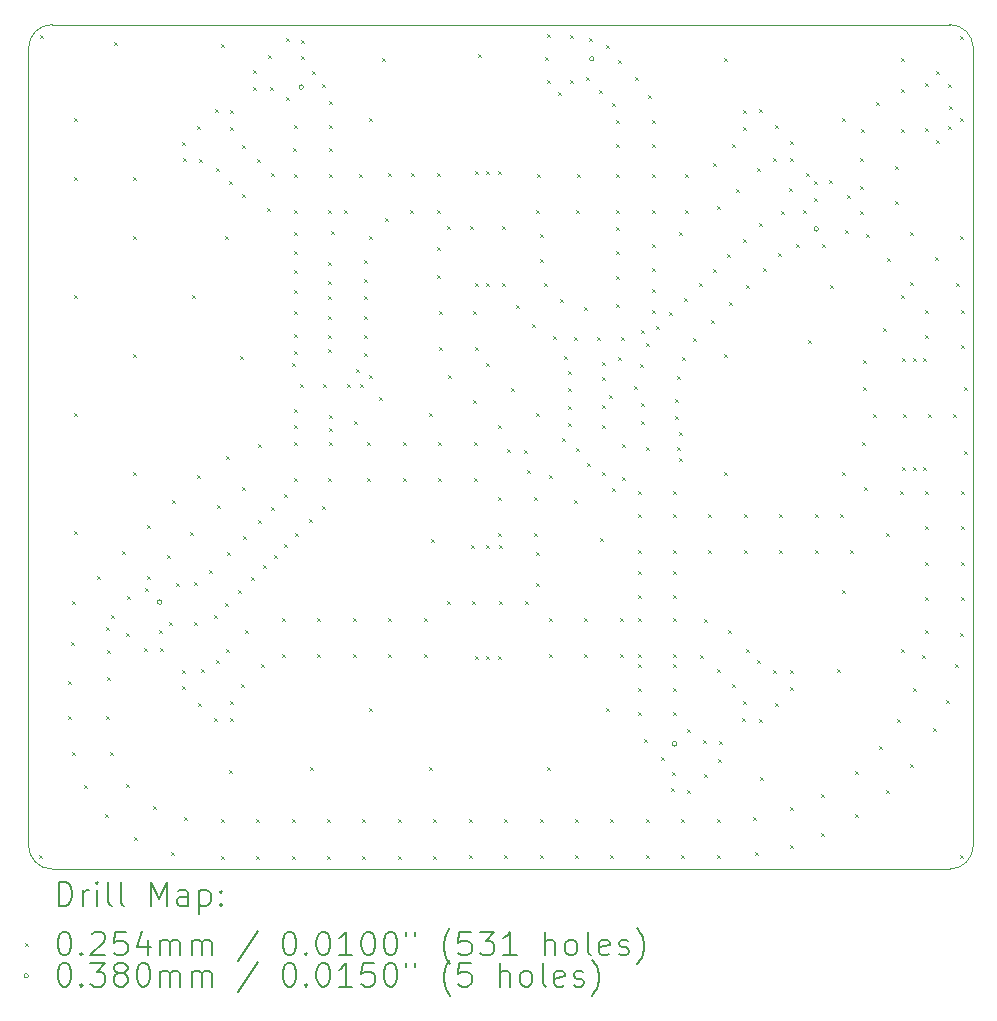
<source format=gbr>
%FSLAX45Y45*%
G04 Gerber Fmt 4.5, Leading zero omitted, Abs format (unit mm)*
G04 Created by KiCad (PCBNEW (6.0.2)) date 2022-09-07 19:19:19*
%MOMM*%
%LPD*%
G01*
G04 APERTURE LIST*
%TA.AperFunction,Profile*%
%ADD10C,0.001000*%
%TD*%
%ADD11C,0.200000*%
%ADD12C,0.025400*%
%ADD13C,0.038000*%
G04 APERTURE END LIST*
D10*
X11050110Y-6925360D02*
G75*
G03*
X10850110Y-7125360I0J-200000D01*
G01*
X18850110Y-7125360D02*
G75*
G03*
X18650110Y-6925360I-200000J0D01*
G01*
X18650110Y-14075360D02*
G75*
G03*
X18850110Y-13875360I0J200000D01*
G01*
X10850110Y-13875360D02*
X10850110Y-7125360D01*
X10850110Y-13875360D02*
G75*
G03*
X11050110Y-14075360I200000J0D01*
G01*
X18850110Y-7125360D02*
X18850110Y-13875360D01*
X18650110Y-14075360D02*
X11050110Y-14075360D01*
X11050110Y-6925360D02*
X18650110Y-6925360D01*
D11*
D12*
X10937410Y-13952660D02*
X10962810Y-13978060D01*
X10962810Y-13952660D02*
X10937410Y-13978060D01*
X10947410Y-7012660D02*
X10972810Y-7038060D01*
X10972810Y-7012660D02*
X10947410Y-7038060D01*
X11187410Y-12482660D02*
X11212810Y-12508060D01*
X11212810Y-12482660D02*
X11187410Y-12508060D01*
X11187410Y-12782660D02*
X11212810Y-12808060D01*
X11212810Y-12782660D02*
X11187410Y-12808060D01*
X11207410Y-12152660D02*
X11232810Y-12178060D01*
X11232810Y-12152660D02*
X11207410Y-12178060D01*
X11217410Y-11802660D02*
X11242810Y-11828060D01*
X11242810Y-11802660D02*
X11217410Y-11828060D01*
X11217410Y-13082660D02*
X11242810Y-13108060D01*
X11242810Y-13082660D02*
X11217410Y-13108060D01*
X11237410Y-7712660D02*
X11262810Y-7738060D01*
X11262810Y-7712660D02*
X11237410Y-7738060D01*
X11237410Y-8212660D02*
X11262810Y-8238060D01*
X11262810Y-8212660D02*
X11237410Y-8238060D01*
X11237410Y-9212660D02*
X11262810Y-9238060D01*
X11262810Y-9212660D02*
X11237410Y-9238060D01*
X11237410Y-10212660D02*
X11262810Y-10238060D01*
X11262810Y-10212660D02*
X11237410Y-10238060D01*
X11237410Y-11212660D02*
X11262810Y-11238060D01*
X11262810Y-11212660D02*
X11237410Y-11238060D01*
X11317410Y-13362660D02*
X11342810Y-13388060D01*
X11342810Y-13362660D02*
X11317410Y-13388060D01*
X11429410Y-11590660D02*
X11454810Y-11616060D01*
X11454810Y-11590660D02*
X11429410Y-11616060D01*
X11497410Y-13612660D02*
X11522810Y-13638060D01*
X11522810Y-13612660D02*
X11497410Y-13638060D01*
X11503410Y-12026660D02*
X11528810Y-12052060D01*
X11528810Y-12026660D02*
X11503410Y-12052060D01*
X11507410Y-12782660D02*
X11532810Y-12808060D01*
X11532810Y-12782660D02*
X11507410Y-12808060D01*
X11517410Y-12222660D02*
X11542810Y-12248060D01*
X11542810Y-12222660D02*
X11517410Y-12248060D01*
X11517410Y-12452660D02*
X11542810Y-12478060D01*
X11542810Y-12452660D02*
X11517410Y-12478060D01*
X11537410Y-13082660D02*
X11562810Y-13108060D01*
X11562810Y-13082660D02*
X11537410Y-13108060D01*
X11547410Y-11922660D02*
X11572810Y-11948060D01*
X11572810Y-11922660D02*
X11547410Y-11948060D01*
X11577410Y-7072660D02*
X11602810Y-7098060D01*
X11602810Y-7072660D02*
X11577410Y-7098060D01*
X11641410Y-11378660D02*
X11666810Y-11404060D01*
X11666810Y-11378660D02*
X11641410Y-11404060D01*
X11677410Y-12072660D02*
X11702810Y-12098060D01*
X11702810Y-12072660D02*
X11677410Y-12098060D01*
X11677410Y-13352660D02*
X11702810Y-13378060D01*
X11702810Y-13352660D02*
X11677410Y-13378060D01*
X11683410Y-11766660D02*
X11708810Y-11792060D01*
X11708810Y-11766660D02*
X11683410Y-11792060D01*
X11737410Y-8212660D02*
X11762810Y-8238060D01*
X11762810Y-8212660D02*
X11737410Y-8238060D01*
X11737410Y-8712660D02*
X11762810Y-8738060D01*
X11762810Y-8712660D02*
X11737410Y-8738060D01*
X11737410Y-9712660D02*
X11762810Y-9738060D01*
X11762810Y-9712660D02*
X11737410Y-9738060D01*
X11737410Y-10712660D02*
X11762810Y-10738060D01*
X11762810Y-10712660D02*
X11737410Y-10738060D01*
X11747410Y-13802660D02*
X11772810Y-13828060D01*
X11772810Y-13802660D02*
X11747410Y-13828060D01*
X11827410Y-12202660D02*
X11852810Y-12228060D01*
X11852810Y-12202660D02*
X11827410Y-12228060D01*
X11837410Y-11692660D02*
X11862810Y-11718060D01*
X11862810Y-11692660D02*
X11837410Y-11718060D01*
X11853410Y-11166660D02*
X11878810Y-11192060D01*
X11878810Y-11166660D02*
X11853410Y-11192060D01*
X11853410Y-11596660D02*
X11878810Y-11622060D01*
X11878810Y-11596660D02*
X11853410Y-11622060D01*
X11907410Y-13542660D02*
X11932810Y-13568060D01*
X11932810Y-13542660D02*
X11907410Y-13568060D01*
X11957410Y-12052660D02*
X11982810Y-12078060D01*
X11982810Y-12052660D02*
X11957410Y-12078060D01*
X11967410Y-12202660D02*
X11992810Y-12228060D01*
X11992810Y-12202660D02*
X11967410Y-12228060D01*
X12023410Y-11416660D02*
X12048810Y-11442060D01*
X12048810Y-11416660D02*
X12023410Y-11442060D01*
X12037410Y-11982660D02*
X12062810Y-12008060D01*
X12062810Y-11982660D02*
X12037410Y-12008060D01*
X12057410Y-13932660D02*
X12082810Y-13958060D01*
X12082810Y-13932660D02*
X12057410Y-13958060D01*
X12065410Y-10954660D02*
X12090810Y-10980060D01*
X12090810Y-10954660D02*
X12065410Y-10980060D01*
X12097410Y-11652660D02*
X12122810Y-11678060D01*
X12122810Y-11652660D02*
X12097410Y-11678060D01*
X12147410Y-7922660D02*
X12172810Y-7948060D01*
X12172810Y-7922660D02*
X12147410Y-7948060D01*
X12147410Y-12392660D02*
X12172810Y-12418060D01*
X12172810Y-12392660D02*
X12147410Y-12418060D01*
X12147410Y-12522660D02*
X12172810Y-12548060D01*
X12172810Y-12522660D02*
X12147410Y-12548060D01*
X12157410Y-8052660D02*
X12182810Y-8078060D01*
X12182810Y-8052660D02*
X12157410Y-8078060D01*
X12167410Y-13632660D02*
X12192810Y-13658060D01*
X12192810Y-13632660D02*
X12167410Y-13658060D01*
X12215410Y-11224660D02*
X12240810Y-11250060D01*
X12240810Y-11224660D02*
X12215410Y-11250060D01*
X12237410Y-9212660D02*
X12262810Y-9238060D01*
X12262810Y-9212660D02*
X12237410Y-9238060D01*
X12247410Y-11642660D02*
X12272810Y-11668060D01*
X12272810Y-11642660D02*
X12247410Y-11668060D01*
X12247410Y-11982660D02*
X12272810Y-12008060D01*
X12272810Y-11982660D02*
X12247410Y-12008060D01*
X12277410Y-7782660D02*
X12302810Y-7808060D01*
X12302810Y-7782660D02*
X12277410Y-7808060D01*
X12277410Y-10742660D02*
X12302810Y-10768060D01*
X12302810Y-10742660D02*
X12277410Y-10768060D01*
X12287410Y-12672660D02*
X12312810Y-12698060D01*
X12312810Y-12672660D02*
X12287410Y-12698060D01*
X12297410Y-8062660D02*
X12322810Y-8088060D01*
X12322810Y-8062660D02*
X12297410Y-8088060D01*
X12307410Y-12382660D02*
X12332810Y-12408060D01*
X12332810Y-12382660D02*
X12307410Y-12408060D01*
X12377410Y-11542660D02*
X12402810Y-11568060D01*
X12402810Y-11542660D02*
X12377410Y-11568060D01*
X12417410Y-11922660D02*
X12442810Y-11948060D01*
X12442810Y-11922660D02*
X12417410Y-11948060D01*
X12417410Y-12792660D02*
X12442810Y-12818060D01*
X12442810Y-12792660D02*
X12417410Y-12818060D01*
X12427410Y-7642660D02*
X12452810Y-7668060D01*
X12452810Y-7642660D02*
X12427410Y-7668060D01*
X12437410Y-8142660D02*
X12462810Y-8168060D01*
X12462810Y-8142660D02*
X12437410Y-8168060D01*
X12437410Y-12302660D02*
X12462810Y-12328060D01*
X12462810Y-12302660D02*
X12437410Y-12328060D01*
X12447410Y-10992660D02*
X12472810Y-11018060D01*
X12472810Y-10992660D02*
X12447410Y-11018060D01*
X12477410Y-7092660D02*
X12502810Y-7118060D01*
X12502810Y-7092660D02*
X12477410Y-7118060D01*
X12477410Y-13652660D02*
X12502810Y-13678060D01*
X12502810Y-13652660D02*
X12477410Y-13678060D01*
X12477410Y-13962660D02*
X12502810Y-13988060D01*
X12502810Y-13962660D02*
X12477410Y-13988060D01*
X12517410Y-8712660D02*
X12542810Y-8738060D01*
X12542810Y-8712660D02*
X12517410Y-8738060D01*
X12517410Y-11822660D02*
X12542810Y-11848060D01*
X12542810Y-11822660D02*
X12517410Y-11848060D01*
X12519410Y-10580660D02*
X12544810Y-10606060D01*
X12544810Y-10580660D02*
X12519410Y-10606060D01*
X12525410Y-12210660D02*
X12550810Y-12236060D01*
X12550810Y-12210660D02*
X12525410Y-12236060D01*
X12527410Y-11392660D02*
X12552810Y-11418060D01*
X12552810Y-11392660D02*
X12527410Y-11418060D01*
X12547410Y-8252660D02*
X12572810Y-8278060D01*
X12572810Y-8252660D02*
X12547410Y-8278060D01*
X12547410Y-13232660D02*
X12572810Y-13258060D01*
X12572810Y-13232660D02*
X12547410Y-13258060D01*
X12557410Y-7652660D02*
X12582810Y-7678060D01*
X12582810Y-7652660D02*
X12557410Y-7678060D01*
X12557410Y-7792660D02*
X12582810Y-7818060D01*
X12582810Y-7792660D02*
X12557410Y-7818060D01*
X12557410Y-12652660D02*
X12582810Y-12678060D01*
X12582810Y-12652660D02*
X12557410Y-12678060D01*
X12557410Y-12792660D02*
X12582810Y-12818060D01*
X12582810Y-12792660D02*
X12557410Y-12818060D01*
X12627410Y-11712660D02*
X12652810Y-11738060D01*
X12652810Y-11712660D02*
X12627410Y-11738060D01*
X12637410Y-9732660D02*
X12662810Y-9758060D01*
X12662810Y-9732660D02*
X12637410Y-9758060D01*
X12647410Y-12512660D02*
X12672810Y-12538060D01*
X12672810Y-12512660D02*
X12647410Y-12538060D01*
X12657410Y-7942660D02*
X12682810Y-7968060D01*
X12682810Y-7942660D02*
X12657410Y-7968060D01*
X12657410Y-8362660D02*
X12682810Y-8388060D01*
X12682810Y-8362660D02*
X12657410Y-8388060D01*
X12659410Y-10840660D02*
X12684810Y-10866060D01*
X12684810Y-10840660D02*
X12659410Y-10866060D01*
X12667410Y-11252660D02*
X12692810Y-11278060D01*
X12692810Y-11252660D02*
X12667410Y-11278060D01*
X12685410Y-12050660D02*
X12710810Y-12076060D01*
X12710810Y-12050660D02*
X12685410Y-12076060D01*
X12737410Y-11602660D02*
X12762810Y-11628060D01*
X12762810Y-11602660D02*
X12737410Y-11628060D01*
X12747410Y-7312660D02*
X12772810Y-7338060D01*
X12772810Y-7312660D02*
X12747410Y-7338060D01*
X12747410Y-7452660D02*
X12772810Y-7478060D01*
X12772810Y-7452660D02*
X12747410Y-7478060D01*
X12777410Y-13652660D02*
X12802810Y-13678060D01*
X12802810Y-13652660D02*
X12777410Y-13678060D01*
X12777410Y-13962660D02*
X12802810Y-13988060D01*
X12802810Y-13962660D02*
X12777410Y-13988060D01*
X12787410Y-8062660D02*
X12812810Y-8088060D01*
X12812810Y-8062660D02*
X12787410Y-8088060D01*
X12791410Y-10478660D02*
X12816810Y-10504060D01*
X12816810Y-10478660D02*
X12791410Y-10504060D01*
X12797410Y-11122660D02*
X12822810Y-11148060D01*
X12822810Y-11122660D02*
X12797410Y-11148060D01*
X12815410Y-12340660D02*
X12840810Y-12366060D01*
X12840810Y-12340660D02*
X12815410Y-12366060D01*
X12837410Y-11502660D02*
X12862810Y-11528060D01*
X12862810Y-11502660D02*
X12837410Y-11528060D01*
X12867410Y-8482660D02*
X12892810Y-8508060D01*
X12892810Y-8482660D02*
X12867410Y-8508060D01*
X12877410Y-7182660D02*
X12902810Y-7208060D01*
X12902810Y-7182660D02*
X12877410Y-7208060D01*
X12897410Y-7452660D02*
X12922810Y-7478060D01*
X12922810Y-7452660D02*
X12897410Y-7478060D01*
X12907410Y-8182660D02*
X12932810Y-8208060D01*
X12932810Y-8182660D02*
X12907410Y-8208060D01*
X12907410Y-11012660D02*
X12932810Y-11038060D01*
X12932810Y-11012660D02*
X12907410Y-11038060D01*
X12927410Y-11412660D02*
X12952810Y-11438060D01*
X12952810Y-11412660D02*
X12927410Y-11438060D01*
X12995410Y-11950660D02*
X13020810Y-11976060D01*
X13020810Y-11950660D02*
X12995410Y-11976060D01*
X12995410Y-12250660D02*
X13020810Y-12276060D01*
X13020810Y-12250660D02*
X12995410Y-12276060D01*
X13017410Y-10902660D02*
X13042810Y-10928060D01*
X13042810Y-10902660D02*
X13017410Y-10928060D01*
X13017410Y-11322660D02*
X13042810Y-11348060D01*
X13042810Y-11322660D02*
X13017410Y-11348060D01*
X13027410Y-7042660D02*
X13052810Y-7068060D01*
X13052810Y-7042660D02*
X13027410Y-7068060D01*
X13027410Y-7542660D02*
X13052810Y-7568060D01*
X13052810Y-7542660D02*
X13027410Y-7568060D01*
X13077410Y-9792660D02*
X13102810Y-9818060D01*
X13102810Y-9792660D02*
X13077410Y-9818060D01*
X13077410Y-13652660D02*
X13102810Y-13678060D01*
X13102810Y-13652660D02*
X13077410Y-13678060D01*
X13077410Y-13962660D02*
X13102810Y-13988060D01*
X13102810Y-13962660D02*
X13077410Y-13988060D01*
X13087410Y-7972660D02*
X13112810Y-7998060D01*
X13112810Y-7972660D02*
X13087410Y-7998060D01*
X13097410Y-7772660D02*
X13122810Y-7798060D01*
X13122810Y-7772660D02*
X13097410Y-7798060D01*
X13097410Y-8192660D02*
X13122810Y-8218060D01*
X13122810Y-8192660D02*
X13097410Y-8218060D01*
X13097410Y-8492660D02*
X13122810Y-8518060D01*
X13122810Y-8492660D02*
X13097410Y-8518060D01*
X13097410Y-8682660D02*
X13122810Y-8708060D01*
X13122810Y-8682660D02*
X13097410Y-8708060D01*
X13097410Y-8842660D02*
X13122810Y-8868060D01*
X13122810Y-8842660D02*
X13097410Y-8868060D01*
X13097410Y-9002660D02*
X13122810Y-9028060D01*
X13122810Y-9002660D02*
X13097410Y-9028060D01*
X13097410Y-9172660D02*
X13122810Y-9198060D01*
X13122810Y-9172660D02*
X13097410Y-9198060D01*
X13097410Y-9352660D02*
X13122810Y-9378060D01*
X13122810Y-9352660D02*
X13097410Y-9378060D01*
X13097410Y-9542660D02*
X13122810Y-9568060D01*
X13122810Y-9542660D02*
X13097410Y-9568060D01*
X13097410Y-9692660D02*
X13122810Y-9718060D01*
X13122810Y-9692660D02*
X13097410Y-9718060D01*
X13097410Y-10182660D02*
X13122810Y-10208060D01*
X13122810Y-10182660D02*
X13097410Y-10208060D01*
X13097410Y-10312660D02*
X13122810Y-10338060D01*
X13122810Y-10312660D02*
X13097410Y-10338060D01*
X13097410Y-10462660D02*
X13122810Y-10488060D01*
X13122810Y-10462660D02*
X13097410Y-10488060D01*
X13097410Y-10762660D02*
X13122810Y-10788060D01*
X13122810Y-10762660D02*
X13097410Y-10788060D01*
X13107410Y-11232660D02*
X13132810Y-11258060D01*
X13132810Y-11232660D02*
X13107410Y-11258060D01*
X13147410Y-9972660D02*
X13172810Y-9998060D01*
X13172810Y-9972660D02*
X13147410Y-9998060D01*
X13157410Y-7052660D02*
X13182810Y-7078060D01*
X13182810Y-7052660D02*
X13157410Y-7078060D01*
X13157410Y-7192660D02*
X13182810Y-7218060D01*
X13182810Y-7192660D02*
X13157410Y-7218060D01*
X13227410Y-11112660D02*
X13252810Y-11138060D01*
X13252810Y-11112660D02*
X13227410Y-11138060D01*
X13237410Y-13212660D02*
X13262810Y-13238060D01*
X13262810Y-13212660D02*
X13237410Y-13238060D01*
X13247410Y-7322660D02*
X13272810Y-7348060D01*
X13272810Y-7322660D02*
X13247410Y-7348060D01*
X13295410Y-11950660D02*
X13320810Y-11976060D01*
X13320810Y-11950660D02*
X13295410Y-11976060D01*
X13295410Y-12250660D02*
X13320810Y-12276060D01*
X13320810Y-12250660D02*
X13295410Y-12276060D01*
X13337410Y-7432660D02*
X13362810Y-7458060D01*
X13362810Y-7432660D02*
X13337410Y-7458060D01*
X13337410Y-11002660D02*
X13362810Y-11028060D01*
X13362810Y-11002660D02*
X13337410Y-11028060D01*
X13347410Y-9972660D02*
X13372810Y-9998060D01*
X13372810Y-9972660D02*
X13347410Y-9998060D01*
X13377410Y-13652660D02*
X13402810Y-13678060D01*
X13402810Y-13652660D02*
X13377410Y-13678060D01*
X13377410Y-13962660D02*
X13402810Y-13988060D01*
X13402810Y-13962660D02*
X13377410Y-13988060D01*
X13387410Y-8492660D02*
X13412810Y-8518060D01*
X13412810Y-8492660D02*
X13387410Y-8518060D01*
X13387410Y-8932660D02*
X13412810Y-8958060D01*
X13412810Y-8932660D02*
X13387410Y-8958060D01*
X13387410Y-9092660D02*
X13412810Y-9118060D01*
X13412810Y-9092660D02*
X13387410Y-9118060D01*
X13387410Y-9222660D02*
X13412810Y-9248060D01*
X13412810Y-9222660D02*
X13387410Y-9248060D01*
X13387410Y-9392660D02*
X13412810Y-9418060D01*
X13412810Y-9392660D02*
X13387410Y-9418060D01*
X13387410Y-9552660D02*
X13412810Y-9578060D01*
X13412810Y-9552660D02*
X13387410Y-9578060D01*
X13387410Y-9672660D02*
X13412810Y-9698060D01*
X13412810Y-9672660D02*
X13387410Y-9698060D01*
X13389410Y-10760660D02*
X13414810Y-10786060D01*
X13414810Y-10760660D02*
X13389410Y-10786060D01*
X13397410Y-7572660D02*
X13422810Y-7598060D01*
X13422810Y-7572660D02*
X13397410Y-7598060D01*
X13397410Y-7772660D02*
X13422810Y-7798060D01*
X13422810Y-7772660D02*
X13397410Y-7798060D01*
X13397410Y-7972660D02*
X13422810Y-7998060D01*
X13422810Y-7972660D02*
X13397410Y-7998060D01*
X13397410Y-8192660D02*
X13422810Y-8218060D01*
X13422810Y-8192660D02*
X13397410Y-8218060D01*
X13397410Y-10232660D02*
X13422810Y-10258060D01*
X13422810Y-10232660D02*
X13397410Y-10258060D01*
X13397410Y-10342660D02*
X13422810Y-10368060D01*
X13422810Y-10342660D02*
X13397410Y-10368060D01*
X13397410Y-10462660D02*
X13422810Y-10488060D01*
X13422810Y-10462660D02*
X13397410Y-10488060D01*
X13407410Y-8672660D02*
X13432810Y-8698060D01*
X13432810Y-8672660D02*
X13407410Y-8698060D01*
X13517410Y-8492660D02*
X13542810Y-8518060D01*
X13542810Y-8492660D02*
X13517410Y-8518060D01*
X13547410Y-9972660D02*
X13572810Y-9998060D01*
X13572810Y-9972660D02*
X13547410Y-9998060D01*
X13595410Y-11950660D02*
X13620810Y-11976060D01*
X13620810Y-11950660D02*
X13595410Y-11976060D01*
X13595410Y-12250660D02*
X13620810Y-12276060D01*
X13620810Y-12250660D02*
X13595410Y-12276060D01*
X13607410Y-10282660D02*
X13632810Y-10308060D01*
X13632810Y-10282660D02*
X13607410Y-10308060D01*
X13627410Y-9842660D02*
X13652810Y-9868060D01*
X13652810Y-9842660D02*
X13627410Y-9868060D01*
X13647410Y-8192660D02*
X13672810Y-8218060D01*
X13672810Y-8192660D02*
X13647410Y-8218060D01*
X13657410Y-9972660D02*
X13682810Y-9998060D01*
X13682810Y-9972660D02*
X13657410Y-9998060D01*
X13677410Y-13652660D02*
X13702810Y-13678060D01*
X13702810Y-13652660D02*
X13677410Y-13678060D01*
X13677410Y-13962660D02*
X13702810Y-13988060D01*
X13702810Y-13962660D02*
X13677410Y-13988060D01*
X13687410Y-8922660D02*
X13712810Y-8948060D01*
X13712810Y-8922660D02*
X13687410Y-8948060D01*
X13687410Y-9082660D02*
X13712810Y-9108060D01*
X13712810Y-9082660D02*
X13687410Y-9108060D01*
X13687410Y-9222660D02*
X13712810Y-9248060D01*
X13712810Y-9222660D02*
X13687410Y-9248060D01*
X13687410Y-9392660D02*
X13712810Y-9418060D01*
X13712810Y-9392660D02*
X13687410Y-9418060D01*
X13687410Y-9552660D02*
X13712810Y-9578060D01*
X13712810Y-9552660D02*
X13687410Y-9578060D01*
X13687410Y-9702660D02*
X13712810Y-9728060D01*
X13712810Y-9702660D02*
X13687410Y-9728060D01*
X13717410Y-10462660D02*
X13742810Y-10488060D01*
X13742810Y-10462660D02*
X13717410Y-10488060D01*
X13719410Y-10760660D02*
X13744810Y-10786060D01*
X13744810Y-10760660D02*
X13719410Y-10786060D01*
X13735410Y-8714660D02*
X13760810Y-8740060D01*
X13760810Y-8714660D02*
X13735410Y-8740060D01*
X13737410Y-7712660D02*
X13762810Y-7738060D01*
X13762810Y-7712660D02*
X13737410Y-7738060D01*
X13737410Y-9892660D02*
X13762810Y-9918060D01*
X13762810Y-9892660D02*
X13737410Y-9918060D01*
X13737410Y-12712660D02*
X13762810Y-12738060D01*
X13762810Y-12712660D02*
X13737410Y-12738060D01*
X13817410Y-10082660D02*
X13842810Y-10108060D01*
X13842810Y-10082660D02*
X13817410Y-10108060D01*
X13847410Y-7212660D02*
X13872810Y-7238060D01*
X13872810Y-7212660D02*
X13847410Y-7238060D01*
X13867410Y-8562660D02*
X13892810Y-8588060D01*
X13892810Y-8562660D02*
X13867410Y-8588060D01*
X13895410Y-8184660D02*
X13920810Y-8210060D01*
X13920810Y-8184660D02*
X13895410Y-8210060D01*
X13895410Y-11950660D02*
X13920810Y-11976060D01*
X13920810Y-11950660D02*
X13895410Y-11976060D01*
X13895410Y-12250660D02*
X13920810Y-12276060D01*
X13920810Y-12250660D02*
X13895410Y-12276060D01*
X13977410Y-13652660D02*
X14002810Y-13678060D01*
X14002810Y-13652660D02*
X13977410Y-13678060D01*
X13977410Y-13962660D02*
X14002810Y-13988060D01*
X14002810Y-13962660D02*
X13977410Y-13988060D01*
X14017410Y-10462660D02*
X14042810Y-10488060D01*
X14042810Y-10462660D02*
X14017410Y-10488060D01*
X14019410Y-10760660D02*
X14044810Y-10786060D01*
X14044810Y-10760660D02*
X14019410Y-10786060D01*
X14077410Y-8492660D02*
X14102810Y-8518060D01*
X14102810Y-8492660D02*
X14077410Y-8518060D01*
X14087410Y-8182660D02*
X14112810Y-8208060D01*
X14112810Y-8182660D02*
X14087410Y-8208060D01*
X14195410Y-11950660D02*
X14220810Y-11976060D01*
X14220810Y-11950660D02*
X14195410Y-11976060D01*
X14195410Y-12250660D02*
X14220810Y-12276060D01*
X14220810Y-12250660D02*
X14195410Y-12276060D01*
X14237410Y-10212660D02*
X14262810Y-10238060D01*
X14262810Y-10212660D02*
X14237410Y-10238060D01*
X14237410Y-13212660D02*
X14262810Y-13238060D01*
X14262810Y-13212660D02*
X14237410Y-13238060D01*
X14257410Y-11282660D02*
X14282810Y-11308060D01*
X14282810Y-11282660D02*
X14257410Y-11308060D01*
X14277410Y-13652660D02*
X14302810Y-13678060D01*
X14302810Y-13652660D02*
X14277410Y-13678060D01*
X14277410Y-13962660D02*
X14302810Y-13988060D01*
X14302810Y-13962660D02*
X14277410Y-13988060D01*
X14307410Y-8182660D02*
X14332810Y-8208060D01*
X14332810Y-8182660D02*
X14307410Y-8208060D01*
X14307410Y-8492660D02*
X14332810Y-8518060D01*
X14332810Y-8492660D02*
X14307410Y-8518060D01*
X14307410Y-8812660D02*
X14332810Y-8838060D01*
X14332810Y-8812660D02*
X14307410Y-8838060D01*
X14307410Y-9042660D02*
X14332810Y-9068060D01*
X14332810Y-9042660D02*
X14307410Y-9068060D01*
X14317410Y-10462660D02*
X14342810Y-10488060D01*
X14342810Y-10462660D02*
X14317410Y-10488060D01*
X14319410Y-10760660D02*
X14344810Y-10786060D01*
X14344810Y-10760660D02*
X14319410Y-10786060D01*
X14327410Y-9352660D02*
X14352810Y-9378060D01*
X14352810Y-9352660D02*
X14327410Y-9378060D01*
X14327410Y-9652660D02*
X14352810Y-9678060D01*
X14352810Y-9652660D02*
X14327410Y-9678060D01*
X14397410Y-8632660D02*
X14422810Y-8658060D01*
X14422810Y-8632660D02*
X14397410Y-8658060D01*
X14397410Y-11802660D02*
X14422810Y-11828060D01*
X14422810Y-11802660D02*
X14397410Y-11828060D01*
X14405410Y-9890660D02*
X14430810Y-9916060D01*
X14430810Y-9890660D02*
X14405410Y-9916060D01*
X14577410Y-13652660D02*
X14602810Y-13678060D01*
X14602810Y-13652660D02*
X14577410Y-13678060D01*
X14577410Y-13952660D02*
X14602810Y-13978060D01*
X14602810Y-13952660D02*
X14577410Y-13978060D01*
X14587410Y-8632660D02*
X14612810Y-8658060D01*
X14612810Y-8632660D02*
X14587410Y-8658060D01*
X14597410Y-11332660D02*
X14622810Y-11358060D01*
X14622810Y-11332660D02*
X14597410Y-11358060D01*
X14607410Y-11802660D02*
X14632810Y-11828060D01*
X14632810Y-11802660D02*
X14607410Y-11828060D01*
X14617410Y-9352660D02*
X14642810Y-9378060D01*
X14642810Y-9352660D02*
X14617410Y-9378060D01*
X14617410Y-10102660D02*
X14642810Y-10128060D01*
X14642810Y-10102660D02*
X14617410Y-10128060D01*
X14619410Y-10460660D02*
X14644810Y-10486060D01*
X14644810Y-10460660D02*
X14619410Y-10486060D01*
X14619410Y-10760660D02*
X14644810Y-10786060D01*
X14644810Y-10760660D02*
X14619410Y-10786060D01*
X14627410Y-8162660D02*
X14652810Y-8188060D01*
X14652810Y-8162660D02*
X14627410Y-8188060D01*
X14627410Y-9112660D02*
X14652810Y-9138060D01*
X14652810Y-9112660D02*
X14627410Y-9138060D01*
X14627410Y-9652660D02*
X14652810Y-9678060D01*
X14652810Y-9652660D02*
X14627410Y-9678060D01*
X14627410Y-12272660D02*
X14652810Y-12298060D01*
X14652810Y-12272660D02*
X14627410Y-12298060D01*
X14657410Y-7172660D02*
X14682810Y-7198060D01*
X14682810Y-7172660D02*
X14657410Y-7198060D01*
X14727410Y-8162660D02*
X14752810Y-8188060D01*
X14752810Y-8162660D02*
X14727410Y-8188060D01*
X14727410Y-9112660D02*
X14752810Y-9138060D01*
X14752810Y-9112660D02*
X14727410Y-9138060D01*
X14727410Y-9792660D02*
X14752810Y-9818060D01*
X14752810Y-9792660D02*
X14727410Y-9818060D01*
X14727410Y-11332660D02*
X14752810Y-11358060D01*
X14752810Y-11332660D02*
X14727410Y-11358060D01*
X14727410Y-12272660D02*
X14752810Y-12298060D01*
X14752810Y-12272660D02*
X14727410Y-12298060D01*
X14827410Y-8162660D02*
X14852810Y-8188060D01*
X14852810Y-8162660D02*
X14827410Y-8188060D01*
X14827410Y-10922660D02*
X14852810Y-10948060D01*
X14852810Y-10922660D02*
X14827410Y-10948060D01*
X14827410Y-11232660D02*
X14852810Y-11258060D01*
X14852810Y-11232660D02*
X14827410Y-11258060D01*
X14827410Y-12272660D02*
X14852810Y-12298060D01*
X14852810Y-12272660D02*
X14827410Y-12298060D01*
X14829410Y-10314660D02*
X14854810Y-10340060D01*
X14854810Y-10314660D02*
X14829410Y-10340060D01*
X14837410Y-11332660D02*
X14862810Y-11358060D01*
X14862810Y-11332660D02*
X14837410Y-11358060D01*
X14837410Y-11802660D02*
X14862810Y-11828060D01*
X14862810Y-11802660D02*
X14837410Y-11828060D01*
X14857410Y-8632660D02*
X14882810Y-8658060D01*
X14882810Y-8632660D02*
X14857410Y-8658060D01*
X14857410Y-9112660D02*
X14882810Y-9138060D01*
X14882810Y-9112660D02*
X14857410Y-9138060D01*
X14877410Y-13652660D02*
X14902810Y-13678060D01*
X14902810Y-13652660D02*
X14877410Y-13678060D01*
X14877410Y-13952660D02*
X14902810Y-13978060D01*
X14902810Y-13952660D02*
X14877410Y-13978060D01*
X14899410Y-10520660D02*
X14924810Y-10546060D01*
X14924810Y-10520660D02*
X14899410Y-10546060D01*
X14939410Y-10004660D02*
X14964810Y-10030060D01*
X14964810Y-10004660D02*
X14939410Y-10030060D01*
X14977410Y-9302660D02*
X15002810Y-9328060D01*
X15002810Y-9302660D02*
X14977410Y-9328060D01*
X15041410Y-10526660D02*
X15066810Y-10552060D01*
X15066810Y-10526660D02*
X15041410Y-10552060D01*
X15057410Y-11802660D02*
X15082810Y-11828060D01*
X15082810Y-11802660D02*
X15057410Y-11828060D01*
X15067410Y-10692660D02*
X15092810Y-10718060D01*
X15092810Y-10692660D02*
X15067410Y-10718060D01*
X15117410Y-9462660D02*
X15142810Y-9488060D01*
X15142810Y-9462660D02*
X15117410Y-9488060D01*
X15127410Y-10922660D02*
X15152810Y-10948060D01*
X15152810Y-10922660D02*
X15127410Y-10948060D01*
X15127410Y-11232660D02*
X15152810Y-11258060D01*
X15152810Y-11232660D02*
X15127410Y-11258060D01*
X15147410Y-8492660D02*
X15172810Y-8518060D01*
X15172810Y-8492660D02*
X15147410Y-8518060D01*
X15147410Y-11392660D02*
X15172810Y-11418060D01*
X15172810Y-11392660D02*
X15147410Y-11418060D01*
X15147410Y-11652660D02*
X15172810Y-11678060D01*
X15172810Y-11652660D02*
X15147410Y-11678060D01*
X15151410Y-10216660D02*
X15176810Y-10242060D01*
X15176810Y-10216660D02*
X15151410Y-10242060D01*
X15157410Y-8192660D02*
X15182810Y-8218060D01*
X15182810Y-8192660D02*
X15157410Y-8218060D01*
X15177410Y-8702660D02*
X15202810Y-8728060D01*
X15202810Y-8702660D02*
X15177410Y-8728060D01*
X15177410Y-8912660D02*
X15202810Y-8938060D01*
X15202810Y-8912660D02*
X15177410Y-8938060D01*
X15177410Y-13652660D02*
X15202810Y-13678060D01*
X15202810Y-13652660D02*
X15177410Y-13678060D01*
X15177410Y-13952660D02*
X15202810Y-13978060D01*
X15202810Y-13952660D02*
X15177410Y-13978060D01*
X15217410Y-9112660D02*
X15242810Y-9138060D01*
X15242810Y-9112660D02*
X15217410Y-9138060D01*
X15227410Y-7202660D02*
X15252810Y-7228060D01*
X15252810Y-7202660D02*
X15227410Y-7228060D01*
X15237410Y-7002660D02*
X15262810Y-7028060D01*
X15262810Y-7002660D02*
X15237410Y-7028060D01*
X15237410Y-7392660D02*
X15262810Y-7418060D01*
X15262810Y-7392660D02*
X15237410Y-7418060D01*
X15237410Y-13212660D02*
X15262810Y-13238060D01*
X15262810Y-13212660D02*
X15237410Y-13238060D01*
X15253410Y-10738660D02*
X15278810Y-10764060D01*
X15278810Y-10738660D02*
X15253410Y-10764060D01*
X15257410Y-11952660D02*
X15282810Y-11978060D01*
X15282810Y-11952660D02*
X15257410Y-11978060D01*
X15257410Y-12252660D02*
X15282810Y-12278060D01*
X15282810Y-12252660D02*
X15257410Y-12278060D01*
X15287410Y-9562660D02*
X15312810Y-9588060D01*
X15312810Y-9562660D02*
X15287410Y-9588060D01*
X15337410Y-7492660D02*
X15362810Y-7518060D01*
X15362810Y-7492660D02*
X15337410Y-7518060D01*
X15347410Y-9252660D02*
X15372810Y-9278060D01*
X15372810Y-9252660D02*
X15347410Y-9278060D01*
X15363410Y-10428660D02*
X15388810Y-10454060D01*
X15388810Y-10428660D02*
X15363410Y-10454060D01*
X15387410Y-9732660D02*
X15412810Y-9758060D01*
X15412810Y-9732660D02*
X15387410Y-9758060D01*
X15417410Y-9862660D02*
X15442810Y-9888060D01*
X15442810Y-9862660D02*
X15417410Y-9888060D01*
X15417410Y-10002660D02*
X15442810Y-10028060D01*
X15442810Y-10002660D02*
X15417410Y-10028060D01*
X15417410Y-10152660D02*
X15442810Y-10178060D01*
X15442810Y-10152660D02*
X15417410Y-10178060D01*
X15417410Y-10302660D02*
X15442810Y-10328060D01*
X15442810Y-10302660D02*
X15417410Y-10328060D01*
X15437410Y-7012660D02*
X15462810Y-7038060D01*
X15462810Y-7012660D02*
X15437410Y-7038060D01*
X15437410Y-7392660D02*
X15462810Y-7418060D01*
X15462810Y-7392660D02*
X15437410Y-7418060D01*
X15465410Y-10950660D02*
X15490810Y-10976060D01*
X15490810Y-10950660D02*
X15465410Y-10976060D01*
X15467410Y-9572660D02*
X15492810Y-9598060D01*
X15492810Y-9572660D02*
X15467410Y-9598060D01*
X15477410Y-13652660D02*
X15502810Y-13678060D01*
X15502810Y-13652660D02*
X15477410Y-13678060D01*
X15477410Y-13952660D02*
X15502810Y-13978060D01*
X15502810Y-13952660D02*
X15477410Y-13978060D01*
X15487410Y-8492660D02*
X15512810Y-8518060D01*
X15512810Y-8492660D02*
X15487410Y-8518060D01*
X15487410Y-10512660D02*
X15512810Y-10538060D01*
X15512810Y-10512660D02*
X15487410Y-10538060D01*
X15497410Y-8192660D02*
X15522810Y-8218060D01*
X15522810Y-8192660D02*
X15497410Y-8218060D01*
X15557410Y-9312660D02*
X15582810Y-9338060D01*
X15582810Y-9312660D02*
X15557410Y-9338060D01*
X15557410Y-11952660D02*
X15582810Y-11978060D01*
X15582810Y-11952660D02*
X15557410Y-11978060D01*
X15557410Y-12252660D02*
X15582810Y-12278060D01*
X15582810Y-12252660D02*
X15557410Y-12278060D01*
X15567410Y-7372660D02*
X15592810Y-7398060D01*
X15592810Y-7372660D02*
X15567410Y-7398060D01*
X15575410Y-10640660D02*
X15600810Y-10666060D01*
X15600810Y-10640660D02*
X15575410Y-10666060D01*
X15597410Y-7042660D02*
X15622810Y-7068060D01*
X15622810Y-7042660D02*
X15597410Y-7068060D01*
X15667410Y-9572660D02*
X15692810Y-9598060D01*
X15692810Y-9572660D02*
X15667410Y-9598060D01*
X15677410Y-7482660D02*
X15702810Y-7508060D01*
X15702810Y-7482660D02*
X15677410Y-7508060D01*
X15687410Y-11272660D02*
X15712810Y-11298060D01*
X15712810Y-11272660D02*
X15687410Y-11298060D01*
X15707410Y-9782660D02*
X15732810Y-9808060D01*
X15732810Y-9782660D02*
X15707410Y-9808060D01*
X15707410Y-9912660D02*
X15732810Y-9938060D01*
X15732810Y-9912660D02*
X15707410Y-9938060D01*
X15707410Y-10142660D02*
X15732810Y-10168060D01*
X15732810Y-10142660D02*
X15707410Y-10168060D01*
X15707410Y-10312660D02*
X15732810Y-10338060D01*
X15732810Y-10312660D02*
X15707410Y-10338060D01*
X15707410Y-10712660D02*
X15732810Y-10738060D01*
X15732810Y-10712660D02*
X15707410Y-10738060D01*
X15737410Y-7102660D02*
X15762810Y-7128060D01*
X15762810Y-7102660D02*
X15737410Y-7128060D01*
X15737410Y-12712660D02*
X15762810Y-12738060D01*
X15762810Y-12712660D02*
X15737410Y-12738060D01*
X15767410Y-10062660D02*
X15792810Y-10088060D01*
X15792810Y-10062660D02*
X15767410Y-10088060D01*
X15777410Y-13652660D02*
X15802810Y-13678060D01*
X15802810Y-13652660D02*
X15777410Y-13678060D01*
X15777410Y-13952660D02*
X15802810Y-13978060D01*
X15802810Y-13952660D02*
X15777410Y-13978060D01*
X15787410Y-7592660D02*
X15812810Y-7618060D01*
X15812810Y-7592660D02*
X15787410Y-7618060D01*
X15787410Y-10852660D02*
X15812810Y-10878060D01*
X15812810Y-10852660D02*
X15787410Y-10878060D01*
X15827410Y-7732660D02*
X15852810Y-7758060D01*
X15852810Y-7732660D02*
X15827410Y-7758060D01*
X15827410Y-7932660D02*
X15852810Y-7958060D01*
X15852810Y-7932660D02*
X15827410Y-7958060D01*
X15827410Y-8192660D02*
X15852810Y-8218060D01*
X15852810Y-8192660D02*
X15827410Y-8218060D01*
X15827410Y-8492660D02*
X15852810Y-8518060D01*
X15852810Y-8492660D02*
X15827410Y-8518060D01*
X15827410Y-8642660D02*
X15852810Y-8668060D01*
X15852810Y-8642660D02*
X15827410Y-8668060D01*
X15827410Y-8842660D02*
X15852810Y-8868060D01*
X15852810Y-8842660D02*
X15827410Y-8868060D01*
X15827410Y-9052660D02*
X15852810Y-9078060D01*
X15852810Y-9052660D02*
X15827410Y-9078060D01*
X15827410Y-9292660D02*
X15852810Y-9318060D01*
X15852810Y-9292660D02*
X15827410Y-9318060D01*
X15837410Y-7222660D02*
X15862810Y-7248060D01*
X15862810Y-7222660D02*
X15837410Y-7248060D01*
X15837410Y-9742660D02*
X15862810Y-9768060D01*
X15862810Y-9742660D02*
X15837410Y-9768060D01*
X15857410Y-11952660D02*
X15882810Y-11978060D01*
X15882810Y-11952660D02*
X15857410Y-11978060D01*
X15857410Y-12252660D02*
X15882810Y-12278060D01*
X15882810Y-12252660D02*
X15857410Y-12278060D01*
X15867410Y-9572660D02*
X15892810Y-9598060D01*
X15892810Y-9572660D02*
X15867410Y-9598060D01*
X15877410Y-10472660D02*
X15902810Y-10498060D01*
X15902810Y-10472660D02*
X15877410Y-10498060D01*
X15877410Y-10752660D02*
X15902810Y-10778060D01*
X15902810Y-10752660D02*
X15877410Y-10778060D01*
X15977410Y-9982660D02*
X16002810Y-10008060D01*
X16002810Y-9982660D02*
X15977410Y-10008060D01*
X15987410Y-7372660D02*
X16012810Y-7398060D01*
X16012810Y-7372660D02*
X15987410Y-7398060D01*
X16007410Y-10872660D02*
X16032810Y-10898060D01*
X16032810Y-10872660D02*
X16007410Y-10898060D01*
X16007410Y-11072660D02*
X16032810Y-11098060D01*
X16032810Y-11072660D02*
X16007410Y-11098060D01*
X16007410Y-11372660D02*
X16032810Y-11398060D01*
X16032810Y-11372660D02*
X16007410Y-11398060D01*
X16007410Y-11552660D02*
X16032810Y-11578060D01*
X16032810Y-11552660D02*
X16007410Y-11578060D01*
X16007410Y-11752660D02*
X16032810Y-11778060D01*
X16032810Y-11752660D02*
X16007410Y-11778060D01*
X16007410Y-11952660D02*
X16032810Y-11978060D01*
X16032810Y-11952660D02*
X16007410Y-11978060D01*
X16007410Y-12342660D02*
X16032810Y-12368060D01*
X16032810Y-12342660D02*
X16007410Y-12368060D01*
X16007410Y-12542660D02*
X16032810Y-12568060D01*
X16032810Y-12542660D02*
X16007410Y-12568060D01*
X16007410Y-12742660D02*
X16032810Y-12768060D01*
X16032810Y-12742660D02*
X16007410Y-12768060D01*
X16008410Y-12251660D02*
X16033810Y-12277060D01*
X16033810Y-12251660D02*
X16008410Y-12277060D01*
X16027410Y-9802660D02*
X16052810Y-9828060D01*
X16052810Y-9802660D02*
X16027410Y-9828060D01*
X16037410Y-9512660D02*
X16062810Y-9538060D01*
X16062810Y-9512660D02*
X16037410Y-9538060D01*
X16037410Y-10132660D02*
X16062810Y-10158060D01*
X16062810Y-10132660D02*
X16037410Y-10158060D01*
X16037410Y-10282660D02*
X16062810Y-10308060D01*
X16062810Y-10282660D02*
X16037410Y-10308060D01*
X16058410Y-12971660D02*
X16083810Y-12997060D01*
X16083810Y-12971660D02*
X16058410Y-12997060D01*
X16077410Y-9622660D02*
X16102810Y-9648060D01*
X16102810Y-9622660D02*
X16077410Y-9648060D01*
X16077410Y-10502660D02*
X16102810Y-10528060D01*
X16102810Y-10502660D02*
X16077410Y-10528060D01*
X16077410Y-13652660D02*
X16102810Y-13678060D01*
X16102810Y-13652660D02*
X16077410Y-13678060D01*
X16077410Y-13952660D02*
X16102810Y-13978060D01*
X16102810Y-13952660D02*
X16077410Y-13978060D01*
X16097410Y-7522660D02*
X16122810Y-7548060D01*
X16122810Y-7522660D02*
X16097410Y-7548060D01*
X16127410Y-7732660D02*
X16152810Y-7758060D01*
X16152810Y-7732660D02*
X16127410Y-7758060D01*
X16127410Y-7932660D02*
X16152810Y-7958060D01*
X16152810Y-7932660D02*
X16127410Y-7958060D01*
X16127410Y-8192660D02*
X16152810Y-8218060D01*
X16152810Y-8192660D02*
X16127410Y-8218060D01*
X16127410Y-8492660D02*
X16152810Y-8518060D01*
X16152810Y-8492660D02*
X16127410Y-8518060D01*
X16127410Y-8782660D02*
X16152810Y-8808060D01*
X16152810Y-8782660D02*
X16127410Y-8808060D01*
X16127410Y-8982660D02*
X16152810Y-9008060D01*
X16152810Y-8982660D02*
X16127410Y-9008060D01*
X16127410Y-9162660D02*
X16152810Y-9188060D01*
X16152810Y-9162660D02*
X16127410Y-9188060D01*
X16127410Y-9342660D02*
X16152810Y-9368060D01*
X16152810Y-9342660D02*
X16127410Y-9368060D01*
X16167410Y-9476660D02*
X16192810Y-9502060D01*
X16192810Y-9476660D02*
X16167410Y-9502060D01*
X16207410Y-13122660D02*
X16232810Y-13148060D01*
X16232810Y-13122660D02*
X16207410Y-13148060D01*
X16277410Y-9361660D02*
X16302810Y-9387060D01*
X16302810Y-9361660D02*
X16277410Y-9387060D01*
X16287410Y-13392660D02*
X16312810Y-13418060D01*
X16312810Y-13392660D02*
X16287410Y-13418060D01*
X16297410Y-13252660D02*
X16322810Y-13278060D01*
X16322810Y-13252660D02*
X16297410Y-13278060D01*
X16307410Y-10872660D02*
X16332810Y-10898060D01*
X16332810Y-10872660D02*
X16307410Y-10898060D01*
X16307410Y-11072660D02*
X16332810Y-11098060D01*
X16332810Y-11072660D02*
X16307410Y-11098060D01*
X16307410Y-11372660D02*
X16332810Y-11398060D01*
X16332810Y-11372660D02*
X16307410Y-11398060D01*
X16307410Y-11552660D02*
X16332810Y-11578060D01*
X16332810Y-11552660D02*
X16307410Y-11578060D01*
X16307410Y-11752660D02*
X16332810Y-11778060D01*
X16332810Y-11752660D02*
X16307410Y-11778060D01*
X16307410Y-11952660D02*
X16332810Y-11978060D01*
X16332810Y-11952660D02*
X16307410Y-11978060D01*
X16308410Y-12251660D02*
X16333810Y-12277060D01*
X16333810Y-12251660D02*
X16308410Y-12277060D01*
X16308410Y-12341660D02*
X16333810Y-12367060D01*
X16333810Y-12341660D02*
X16308410Y-12367060D01*
X16308410Y-12541660D02*
X16333810Y-12567060D01*
X16333810Y-12541660D02*
X16308410Y-12567060D01*
X16308410Y-12741660D02*
X16333810Y-12767060D01*
X16333810Y-12741660D02*
X16308410Y-12767060D01*
X16327410Y-10092660D02*
X16352810Y-10118060D01*
X16352810Y-10092660D02*
X16327410Y-10118060D01*
X16327410Y-10242660D02*
X16352810Y-10268060D01*
X16352810Y-10242660D02*
X16327410Y-10268060D01*
X16337410Y-9902660D02*
X16362810Y-9928060D01*
X16362810Y-9902660D02*
X16337410Y-9928060D01*
X16337410Y-10502660D02*
X16362810Y-10528060D01*
X16362810Y-10502660D02*
X16337410Y-10528060D01*
X16357410Y-10372660D02*
X16382810Y-10398060D01*
X16382810Y-10372660D02*
X16357410Y-10398060D01*
X16357410Y-10592660D02*
X16382810Y-10618060D01*
X16382810Y-10592660D02*
X16357410Y-10618060D01*
X16359410Y-8684660D02*
X16384810Y-8710060D01*
X16384810Y-8684660D02*
X16359410Y-8710060D01*
X16377410Y-13652660D02*
X16402810Y-13678060D01*
X16402810Y-13652660D02*
X16377410Y-13678060D01*
X16377410Y-13952660D02*
X16402810Y-13978060D01*
X16402810Y-13952660D02*
X16377410Y-13978060D01*
X16387410Y-9736660D02*
X16412810Y-9762060D01*
X16412810Y-9736660D02*
X16387410Y-9762060D01*
X16402410Y-9236660D02*
X16427810Y-9262060D01*
X16427810Y-9236660D02*
X16402410Y-9262060D01*
X16407410Y-8192660D02*
X16432810Y-8218060D01*
X16432810Y-8192660D02*
X16407410Y-8218060D01*
X16407410Y-8492660D02*
X16432810Y-8518060D01*
X16432810Y-8492660D02*
X16407410Y-8518060D01*
X16427410Y-12892660D02*
X16452810Y-12918060D01*
X16452810Y-12892660D02*
X16427410Y-12918060D01*
X16427410Y-13402660D02*
X16452810Y-13428060D01*
X16452810Y-13402660D02*
X16427410Y-13428060D01*
X16477410Y-9576660D02*
X16502810Y-9602060D01*
X16502810Y-9576660D02*
X16477410Y-9602060D01*
X16527410Y-9111660D02*
X16552810Y-9137060D01*
X16552810Y-9111660D02*
X16527410Y-9137060D01*
X16538410Y-12261660D02*
X16563810Y-12287060D01*
X16563810Y-12261660D02*
X16538410Y-12287060D01*
X16557410Y-12982660D02*
X16582810Y-13008060D01*
X16582810Y-12982660D02*
X16557410Y-13008060D01*
X16567410Y-13272660D02*
X16592810Y-13298060D01*
X16592810Y-13272660D02*
X16567410Y-13298060D01*
X16569410Y-11960660D02*
X16594810Y-11986060D01*
X16594810Y-11960660D02*
X16569410Y-11986060D01*
X16607410Y-11072660D02*
X16632810Y-11098060D01*
X16632810Y-11072660D02*
X16607410Y-11098060D01*
X16607410Y-11372660D02*
X16632810Y-11398060D01*
X16632810Y-11372660D02*
X16607410Y-11398060D01*
X16627410Y-9426660D02*
X16652810Y-9452060D01*
X16652810Y-9426660D02*
X16627410Y-9452060D01*
X16647410Y-8991660D02*
X16672810Y-9017060D01*
X16672810Y-8991660D02*
X16647410Y-9017060D01*
X16649410Y-8094660D02*
X16674810Y-8120060D01*
X16674810Y-8094660D02*
X16649410Y-8120060D01*
X16677410Y-8462660D02*
X16702810Y-8488060D01*
X16702810Y-8462660D02*
X16677410Y-8488060D01*
X16677410Y-13652660D02*
X16702810Y-13678060D01*
X16702810Y-13652660D02*
X16677410Y-13678060D01*
X16677410Y-13952660D02*
X16702810Y-13978060D01*
X16702810Y-13952660D02*
X16677410Y-13978060D01*
X16678410Y-12381660D02*
X16703810Y-12407060D01*
X16703810Y-12381660D02*
X16678410Y-12407060D01*
X16687410Y-13142660D02*
X16712810Y-13168060D01*
X16712810Y-13142660D02*
X16687410Y-13168060D01*
X16697410Y-12992660D02*
X16722810Y-13018060D01*
X16722810Y-12992660D02*
X16697410Y-13018060D01*
X16737410Y-7212660D02*
X16762810Y-7238060D01*
X16762810Y-7212660D02*
X16737410Y-7238060D01*
X16737410Y-9712660D02*
X16762810Y-9738060D01*
X16762810Y-9712660D02*
X16737410Y-9738060D01*
X16737410Y-10712660D02*
X16762810Y-10738060D01*
X16762810Y-10712660D02*
X16737410Y-10738060D01*
X16767410Y-8871660D02*
X16792810Y-8897060D01*
X16792810Y-8871660D02*
X16767410Y-8897060D01*
X16769410Y-12050660D02*
X16794810Y-12076060D01*
X16794810Y-12050660D02*
X16769410Y-12076060D01*
X16777410Y-9276660D02*
X16802810Y-9302060D01*
X16802810Y-9276660D02*
X16777410Y-9302060D01*
X16807410Y-7932660D02*
X16832810Y-7958060D01*
X16832810Y-7932660D02*
X16807410Y-7958060D01*
X16807410Y-12512660D02*
X16832810Y-12538060D01*
X16832810Y-12512660D02*
X16807410Y-12538060D01*
X16839410Y-8314660D02*
X16864810Y-8340060D01*
X16864810Y-8314660D02*
X16839410Y-8340060D01*
X16887410Y-12792660D02*
X16912810Y-12818060D01*
X16912810Y-12792660D02*
X16887410Y-12818060D01*
X16897410Y-7652660D02*
X16922810Y-7678060D01*
X16922810Y-7652660D02*
X16897410Y-7678060D01*
X16897410Y-7792660D02*
X16922810Y-7818060D01*
X16922810Y-7792660D02*
X16897410Y-7818060D01*
X16897410Y-8741660D02*
X16922810Y-8767060D01*
X16922810Y-8741660D02*
X16897410Y-8767060D01*
X16897410Y-12652660D02*
X16922810Y-12678060D01*
X16922810Y-12652660D02*
X16897410Y-12678060D01*
X16907410Y-11072660D02*
X16932810Y-11098060D01*
X16932810Y-11072660D02*
X16907410Y-11098060D01*
X16907410Y-11372660D02*
X16932810Y-11398060D01*
X16932810Y-11372660D02*
X16907410Y-11398060D01*
X16927410Y-9126660D02*
X16952810Y-9152060D01*
X16952810Y-9126660D02*
X16927410Y-9152060D01*
X16929410Y-12210660D02*
X16954810Y-12236060D01*
X16954810Y-12210660D02*
X16929410Y-12236060D01*
X16987410Y-13632660D02*
X17012810Y-13658060D01*
X17012810Y-13632660D02*
X16987410Y-13658060D01*
X16997410Y-13932660D02*
X17022810Y-13958060D01*
X17022810Y-13932660D02*
X16997410Y-13958060D01*
X17017410Y-8142660D02*
X17042810Y-8168060D01*
X17042810Y-8142660D02*
X17017410Y-8168060D01*
X17017410Y-12302660D02*
X17042810Y-12328060D01*
X17042810Y-12302660D02*
X17017410Y-12328060D01*
X17037410Y-7642660D02*
X17062810Y-7668060D01*
X17062810Y-7642660D02*
X17037410Y-7668060D01*
X17037410Y-8601660D02*
X17062810Y-8627060D01*
X17062810Y-8601660D02*
X17037410Y-8627060D01*
X17037410Y-12802660D02*
X17062810Y-12828060D01*
X17062810Y-12802660D02*
X17037410Y-12828060D01*
X17047410Y-13292660D02*
X17072810Y-13318060D01*
X17072810Y-13292660D02*
X17047410Y-13318060D01*
X17067410Y-8986660D02*
X17092810Y-9012060D01*
X17092810Y-8986660D02*
X17067410Y-9012060D01*
X17157410Y-8052660D02*
X17182810Y-8078060D01*
X17182810Y-8052660D02*
X17157410Y-8078060D01*
X17157410Y-12392660D02*
X17182810Y-12418060D01*
X17182810Y-12392660D02*
X17157410Y-12418060D01*
X17167410Y-7772660D02*
X17192810Y-7798060D01*
X17192810Y-7772660D02*
X17167410Y-7798060D01*
X17167410Y-12672660D02*
X17192810Y-12698060D01*
X17192810Y-12672660D02*
X17167410Y-12698060D01*
X17197410Y-8856660D02*
X17222810Y-8882060D01*
X17222810Y-8856660D02*
X17197410Y-8882060D01*
X17207410Y-11072660D02*
X17232810Y-11098060D01*
X17232810Y-11072660D02*
X17207410Y-11098060D01*
X17207410Y-11372660D02*
X17232810Y-11398060D01*
X17232810Y-11372660D02*
X17207410Y-11398060D01*
X17217410Y-8506660D02*
X17242810Y-8532060D01*
X17242810Y-8506660D02*
X17217410Y-8532060D01*
X17287410Y-8312660D02*
X17312810Y-8338060D01*
X17312810Y-8312660D02*
X17287410Y-8338060D01*
X17297410Y-7912660D02*
X17322810Y-7938060D01*
X17322810Y-7912660D02*
X17297410Y-7938060D01*
X17297410Y-8052660D02*
X17322810Y-8078060D01*
X17322810Y-8052660D02*
X17297410Y-8078060D01*
X17297410Y-12392660D02*
X17322810Y-12418060D01*
X17322810Y-12392660D02*
X17297410Y-12418060D01*
X17297410Y-12532660D02*
X17322810Y-12558060D01*
X17322810Y-12532660D02*
X17297410Y-12558060D01*
X17297410Y-13552660D02*
X17322810Y-13578060D01*
X17322810Y-13552660D02*
X17297410Y-13578060D01*
X17297410Y-13872660D02*
X17322810Y-13898060D01*
X17322810Y-13872660D02*
X17297410Y-13898060D01*
X17347410Y-8786660D02*
X17372810Y-8812060D01*
X17372810Y-8786660D02*
X17347410Y-8812060D01*
X17407410Y-8492660D02*
X17432810Y-8518060D01*
X17432810Y-8492660D02*
X17407410Y-8518060D01*
X17437410Y-8182660D02*
X17462810Y-8208060D01*
X17462810Y-8182660D02*
X17437410Y-8208060D01*
X17447410Y-9592660D02*
X17472810Y-9618060D01*
X17472810Y-9592660D02*
X17447410Y-9618060D01*
X17497410Y-8252660D02*
X17522810Y-8278060D01*
X17522810Y-8252660D02*
X17497410Y-8278060D01*
X17497410Y-8392660D02*
X17522810Y-8418060D01*
X17522810Y-8392660D02*
X17497410Y-8418060D01*
X17507410Y-11072660D02*
X17532810Y-11098060D01*
X17532810Y-11072660D02*
X17507410Y-11098060D01*
X17507410Y-11372660D02*
X17532810Y-11398060D01*
X17532810Y-11372660D02*
X17507410Y-11398060D01*
X17557410Y-13442660D02*
X17582810Y-13468060D01*
X17582810Y-13442660D02*
X17557410Y-13468060D01*
X17557410Y-13772660D02*
X17582810Y-13798060D01*
X17582810Y-13772660D02*
X17557410Y-13798060D01*
X17567410Y-8782660D02*
X17592810Y-8808060D01*
X17592810Y-8782660D02*
X17567410Y-8808060D01*
X17627410Y-8242660D02*
X17652810Y-8268060D01*
X17652810Y-8242660D02*
X17627410Y-8268060D01*
X17637410Y-9132660D02*
X17662810Y-9158060D01*
X17662810Y-9132660D02*
X17637410Y-9158060D01*
X17697410Y-12382660D02*
X17722810Y-12408060D01*
X17722810Y-12382660D02*
X17697410Y-12408060D01*
X17717410Y-11072660D02*
X17742810Y-11098060D01*
X17742810Y-11072660D02*
X17717410Y-11098060D01*
X17737410Y-7712660D02*
X17762810Y-7738060D01*
X17762810Y-7712660D02*
X17737410Y-7738060D01*
X17737410Y-10712660D02*
X17762810Y-10738060D01*
X17762810Y-10712660D02*
X17737410Y-10738060D01*
X17737410Y-11712660D02*
X17762810Y-11738060D01*
X17762810Y-11712660D02*
X17737410Y-11738060D01*
X17767410Y-8662660D02*
X17792810Y-8688060D01*
X17792810Y-8662660D02*
X17767410Y-8688060D01*
X17777410Y-8372660D02*
X17802810Y-8398060D01*
X17802810Y-8372660D02*
X17777410Y-8398060D01*
X17807410Y-11372660D02*
X17832810Y-11398060D01*
X17832810Y-11372660D02*
X17807410Y-11398060D01*
X17847410Y-13242660D02*
X17872810Y-13268060D01*
X17872810Y-13242660D02*
X17847410Y-13268060D01*
X17847410Y-13612660D02*
X17872810Y-13638060D01*
X17872810Y-13612660D02*
X17847410Y-13638060D01*
X17887410Y-8052660D02*
X17912810Y-8078060D01*
X17912810Y-8052660D02*
X17887410Y-8078060D01*
X17887410Y-8292660D02*
X17912810Y-8318060D01*
X17912810Y-8292660D02*
X17887410Y-8318060D01*
X17887410Y-8502660D02*
X17912810Y-8528060D01*
X17912810Y-8502660D02*
X17887410Y-8528060D01*
X17897410Y-7812660D02*
X17922810Y-7838060D01*
X17922810Y-7812660D02*
X17897410Y-7838060D01*
X17907410Y-10462660D02*
X17932810Y-10488060D01*
X17932810Y-10462660D02*
X17907410Y-10488060D01*
X17917410Y-9762660D02*
X17942810Y-9788060D01*
X17942810Y-9762660D02*
X17917410Y-9788060D01*
X17917410Y-9992660D02*
X17942810Y-10018060D01*
X17942810Y-9992660D02*
X17917410Y-10018060D01*
X17927410Y-10842660D02*
X17952810Y-10868060D01*
X17952810Y-10842660D02*
X17927410Y-10868060D01*
X17937410Y-8702660D02*
X17962810Y-8728060D01*
X17962810Y-8702660D02*
X17937410Y-8728060D01*
X18001410Y-10222660D02*
X18026810Y-10248060D01*
X18026810Y-10222660D02*
X18001410Y-10248060D01*
X18027410Y-7582660D02*
X18052810Y-7608060D01*
X18052810Y-7582660D02*
X18027410Y-7608060D01*
X18047410Y-13032660D02*
X18072810Y-13058060D01*
X18072810Y-13032660D02*
X18047410Y-13058060D01*
X18082410Y-9497660D02*
X18107810Y-9523060D01*
X18107810Y-9497660D02*
X18082410Y-9523060D01*
X18107410Y-11232660D02*
X18132810Y-11258060D01*
X18132810Y-11232660D02*
X18107410Y-11258060D01*
X18107410Y-13402660D02*
X18132810Y-13428060D01*
X18132810Y-13402660D02*
X18107410Y-13428060D01*
X18117410Y-8902660D02*
X18142810Y-8928060D01*
X18142810Y-8902660D02*
X18117410Y-8928060D01*
X18187410Y-8122660D02*
X18212810Y-8148060D01*
X18212810Y-8122660D02*
X18187410Y-8148060D01*
X18187410Y-8422660D02*
X18212810Y-8448060D01*
X18212810Y-8422660D02*
X18187410Y-8448060D01*
X18207410Y-12802660D02*
X18232810Y-12828060D01*
X18232810Y-12802660D02*
X18207410Y-12828060D01*
X18227410Y-10872660D02*
X18252810Y-10898060D01*
X18252810Y-10872660D02*
X18227410Y-10898060D01*
X18237410Y-7212660D02*
X18262810Y-7238060D01*
X18262810Y-7212660D02*
X18237410Y-7238060D01*
X18237410Y-7472660D02*
X18262810Y-7498060D01*
X18262810Y-7472660D02*
X18237410Y-7498060D01*
X18237410Y-7812660D02*
X18262810Y-7838060D01*
X18262810Y-7812660D02*
X18237410Y-7838060D01*
X18237410Y-9212660D02*
X18262810Y-9238060D01*
X18262810Y-9212660D02*
X18237410Y-9238060D01*
X18237410Y-12212660D02*
X18262810Y-12238060D01*
X18262810Y-12212660D02*
X18237410Y-12238060D01*
X18247410Y-9752660D02*
X18272810Y-9778060D01*
X18272810Y-9752660D02*
X18247410Y-9778060D01*
X18247410Y-10672660D02*
X18272810Y-10698060D01*
X18272810Y-10672660D02*
X18247410Y-10698060D01*
X18253410Y-10222660D02*
X18278810Y-10248060D01*
X18278810Y-10222660D02*
X18253410Y-10248060D01*
X18317410Y-8682660D02*
X18342810Y-8708060D01*
X18342810Y-8682660D02*
X18317410Y-8708060D01*
X18317410Y-9102660D02*
X18342810Y-9128060D01*
X18342810Y-9102660D02*
X18317410Y-9128060D01*
X18317410Y-13182660D02*
X18342810Y-13208060D01*
X18342810Y-13182660D02*
X18317410Y-13208060D01*
X18337410Y-9752660D02*
X18362810Y-9778060D01*
X18362810Y-9752660D02*
X18337410Y-9778060D01*
X18337410Y-10672660D02*
X18362810Y-10698060D01*
X18362810Y-10672660D02*
X18337410Y-10698060D01*
X18337410Y-12542660D02*
X18362810Y-12568060D01*
X18362810Y-12542660D02*
X18337410Y-12568060D01*
X18417410Y-12262660D02*
X18442810Y-12288060D01*
X18442810Y-12262660D02*
X18417410Y-12288060D01*
X18427410Y-9752660D02*
X18452810Y-9778060D01*
X18452810Y-9752660D02*
X18427410Y-9778060D01*
X18427410Y-10672660D02*
X18452810Y-10698060D01*
X18452810Y-10672660D02*
X18427410Y-10698060D01*
X18437410Y-7422660D02*
X18462810Y-7448060D01*
X18462810Y-7422660D02*
X18437410Y-7448060D01*
X18437410Y-7802660D02*
X18462810Y-7828060D01*
X18462810Y-7802660D02*
X18437410Y-7828060D01*
X18437410Y-9342660D02*
X18462810Y-9368060D01*
X18462810Y-9342660D02*
X18437410Y-9368060D01*
X18437410Y-9552660D02*
X18462810Y-9578060D01*
X18462810Y-9552660D02*
X18437410Y-9578060D01*
X18437410Y-10872660D02*
X18462810Y-10898060D01*
X18462810Y-10872660D02*
X18437410Y-10898060D01*
X18437410Y-11172660D02*
X18462810Y-11198060D01*
X18462810Y-11172660D02*
X18437410Y-11198060D01*
X18437410Y-11472660D02*
X18462810Y-11498060D01*
X18462810Y-11472660D02*
X18437410Y-11498060D01*
X18437410Y-11772660D02*
X18462810Y-11798060D01*
X18462810Y-11772660D02*
X18437410Y-11798060D01*
X18437410Y-12052660D02*
X18462810Y-12078060D01*
X18462810Y-12052660D02*
X18437410Y-12078060D01*
X18465410Y-10222660D02*
X18490810Y-10248060D01*
X18490810Y-10222660D02*
X18465410Y-10248060D01*
X18507410Y-12882660D02*
X18532810Y-12908060D01*
X18532810Y-12882660D02*
X18507410Y-12908060D01*
X18527410Y-8892660D02*
X18552810Y-8918060D01*
X18552810Y-8892660D02*
X18527410Y-8918060D01*
X18537410Y-7322660D02*
X18562810Y-7348060D01*
X18562810Y-7322660D02*
X18537410Y-7348060D01*
X18537410Y-7902660D02*
X18562810Y-7928060D01*
X18562810Y-7902660D02*
X18537410Y-7928060D01*
X18617410Y-12642660D02*
X18642810Y-12668060D01*
X18642810Y-12642660D02*
X18617410Y-12668060D01*
X18637410Y-7432660D02*
X18662810Y-7458060D01*
X18662810Y-7432660D02*
X18637410Y-7458060D01*
X18637410Y-7782660D02*
X18662810Y-7808060D01*
X18662810Y-7782660D02*
X18637410Y-7808060D01*
X18647410Y-7612660D02*
X18672810Y-7638060D01*
X18672810Y-7612660D02*
X18647410Y-7638060D01*
X18677410Y-10222660D02*
X18702810Y-10248060D01*
X18702810Y-10222660D02*
X18677410Y-10248060D01*
X18697410Y-12342660D02*
X18722810Y-12368060D01*
X18722810Y-12342660D02*
X18697410Y-12368060D01*
X18707410Y-9112660D02*
X18732810Y-9138060D01*
X18732810Y-9112660D02*
X18707410Y-9138060D01*
X18737410Y-7022660D02*
X18762810Y-7048060D01*
X18762810Y-7022660D02*
X18737410Y-7048060D01*
X18737410Y-7712660D02*
X18762810Y-7738060D01*
X18762810Y-7712660D02*
X18737410Y-7738060D01*
X18737410Y-8712660D02*
X18762810Y-8738060D01*
X18762810Y-8712660D02*
X18737410Y-8738060D01*
X18737410Y-12072660D02*
X18762810Y-12098060D01*
X18762810Y-12072660D02*
X18737410Y-12098060D01*
X18737410Y-13952660D02*
X18762810Y-13978060D01*
X18762810Y-13952660D02*
X18737410Y-13978060D01*
X18747410Y-9342660D02*
X18772810Y-9368060D01*
X18772810Y-9342660D02*
X18747410Y-9368060D01*
X18747410Y-9642660D02*
X18772810Y-9668060D01*
X18772810Y-9642660D02*
X18747410Y-9668060D01*
X18747410Y-10872660D02*
X18772810Y-10898060D01*
X18772810Y-10872660D02*
X18747410Y-10898060D01*
X18747410Y-11172660D02*
X18772810Y-11198060D01*
X18772810Y-11172660D02*
X18747410Y-11198060D01*
X18747410Y-11472660D02*
X18772810Y-11498060D01*
X18772810Y-11472660D02*
X18747410Y-11498060D01*
X18747410Y-11772660D02*
X18772810Y-11798060D01*
X18772810Y-11772660D02*
X18747410Y-11798060D01*
X18767410Y-9992660D02*
X18792810Y-10018060D01*
X18792810Y-9992660D02*
X18767410Y-10018060D01*
X18767410Y-10532660D02*
X18792810Y-10558060D01*
X18792810Y-10532660D02*
X18767410Y-10558060D01*
D13*
X11979110Y-11815360D02*
G75*
G03*
X11979110Y-11815360I-19000J0D01*
G01*
X13179110Y-7455360D02*
G75*
G03*
X13179110Y-7455360I-19000J0D01*
G01*
X15639110Y-7215360D02*
G75*
G03*
X15639110Y-7215360I-19000J0D01*
G01*
X16339110Y-13015360D02*
G75*
G03*
X16339110Y-13015360I-19000J0D01*
G01*
X17539110Y-8655360D02*
G75*
G03*
X17539110Y-8655360I-19000J0D01*
G01*
D11*
X11107679Y-14385886D02*
X11107679Y-14185886D01*
X11155298Y-14185886D01*
X11183870Y-14195410D01*
X11202917Y-14214458D01*
X11212441Y-14233505D01*
X11221965Y-14271600D01*
X11221965Y-14300172D01*
X11212441Y-14338267D01*
X11202917Y-14357315D01*
X11183870Y-14376362D01*
X11155298Y-14385886D01*
X11107679Y-14385886D01*
X11307679Y-14385886D02*
X11307679Y-14252553D01*
X11307679Y-14290648D02*
X11317203Y-14271600D01*
X11326727Y-14262077D01*
X11345774Y-14252553D01*
X11364822Y-14252553D01*
X11431488Y-14385886D02*
X11431488Y-14252553D01*
X11431488Y-14185886D02*
X11421965Y-14195410D01*
X11431488Y-14204934D01*
X11441012Y-14195410D01*
X11431488Y-14185886D01*
X11431488Y-14204934D01*
X11555298Y-14385886D02*
X11536250Y-14376362D01*
X11526727Y-14357315D01*
X11526727Y-14185886D01*
X11660060Y-14385886D02*
X11641012Y-14376362D01*
X11631488Y-14357315D01*
X11631488Y-14185886D01*
X11888631Y-14385886D02*
X11888631Y-14185886D01*
X11955298Y-14328743D01*
X12021965Y-14185886D01*
X12021965Y-14385886D01*
X12202917Y-14385886D02*
X12202917Y-14281124D01*
X12193393Y-14262077D01*
X12174346Y-14252553D01*
X12136250Y-14252553D01*
X12117203Y-14262077D01*
X12202917Y-14376362D02*
X12183869Y-14385886D01*
X12136250Y-14385886D01*
X12117203Y-14376362D01*
X12107679Y-14357315D01*
X12107679Y-14338267D01*
X12117203Y-14319219D01*
X12136250Y-14309696D01*
X12183869Y-14309696D01*
X12202917Y-14300172D01*
X12298155Y-14252553D02*
X12298155Y-14452553D01*
X12298155Y-14262077D02*
X12317203Y-14252553D01*
X12355298Y-14252553D01*
X12374346Y-14262077D01*
X12383869Y-14271600D01*
X12393393Y-14290648D01*
X12393393Y-14347791D01*
X12383869Y-14366838D01*
X12374346Y-14376362D01*
X12355298Y-14385886D01*
X12317203Y-14385886D01*
X12298155Y-14376362D01*
X12479108Y-14366838D02*
X12488631Y-14376362D01*
X12479108Y-14385886D01*
X12469584Y-14376362D01*
X12479108Y-14366838D01*
X12479108Y-14385886D01*
X12479108Y-14262077D02*
X12488631Y-14271600D01*
X12479108Y-14281124D01*
X12469584Y-14271600D01*
X12479108Y-14262077D01*
X12479108Y-14281124D01*
D12*
X10824660Y-14702710D02*
X10850060Y-14728110D01*
X10850060Y-14702710D02*
X10824660Y-14728110D01*
D11*
X11145774Y-14605886D02*
X11164822Y-14605886D01*
X11183870Y-14615410D01*
X11193393Y-14624934D01*
X11202917Y-14643981D01*
X11212441Y-14682077D01*
X11212441Y-14729696D01*
X11202917Y-14767791D01*
X11193393Y-14786838D01*
X11183870Y-14796362D01*
X11164822Y-14805886D01*
X11145774Y-14805886D01*
X11126727Y-14796362D01*
X11117203Y-14786838D01*
X11107679Y-14767791D01*
X11098155Y-14729696D01*
X11098155Y-14682077D01*
X11107679Y-14643981D01*
X11117203Y-14624934D01*
X11126727Y-14615410D01*
X11145774Y-14605886D01*
X11298155Y-14786838D02*
X11307679Y-14796362D01*
X11298155Y-14805886D01*
X11288631Y-14796362D01*
X11298155Y-14786838D01*
X11298155Y-14805886D01*
X11383869Y-14624934D02*
X11393393Y-14615410D01*
X11412441Y-14605886D01*
X11460060Y-14605886D01*
X11479108Y-14615410D01*
X11488631Y-14624934D01*
X11498155Y-14643981D01*
X11498155Y-14663029D01*
X11488631Y-14691600D01*
X11374346Y-14805886D01*
X11498155Y-14805886D01*
X11679108Y-14605886D02*
X11583869Y-14605886D01*
X11574346Y-14701124D01*
X11583869Y-14691600D01*
X11602917Y-14682077D01*
X11650536Y-14682077D01*
X11669584Y-14691600D01*
X11679108Y-14701124D01*
X11688631Y-14720172D01*
X11688631Y-14767791D01*
X11679108Y-14786838D01*
X11669584Y-14796362D01*
X11650536Y-14805886D01*
X11602917Y-14805886D01*
X11583869Y-14796362D01*
X11574346Y-14786838D01*
X11860060Y-14672553D02*
X11860060Y-14805886D01*
X11812441Y-14596362D02*
X11764822Y-14739219D01*
X11888631Y-14739219D01*
X11964822Y-14805886D02*
X11964822Y-14672553D01*
X11964822Y-14691600D02*
X11974346Y-14682077D01*
X11993393Y-14672553D01*
X12021965Y-14672553D01*
X12041012Y-14682077D01*
X12050536Y-14701124D01*
X12050536Y-14805886D01*
X12050536Y-14701124D02*
X12060060Y-14682077D01*
X12079108Y-14672553D01*
X12107679Y-14672553D01*
X12126727Y-14682077D01*
X12136250Y-14701124D01*
X12136250Y-14805886D01*
X12231488Y-14805886D02*
X12231488Y-14672553D01*
X12231488Y-14691600D02*
X12241012Y-14682077D01*
X12260060Y-14672553D01*
X12288631Y-14672553D01*
X12307679Y-14682077D01*
X12317203Y-14701124D01*
X12317203Y-14805886D01*
X12317203Y-14701124D02*
X12326727Y-14682077D01*
X12345774Y-14672553D01*
X12374346Y-14672553D01*
X12393393Y-14682077D01*
X12402917Y-14701124D01*
X12402917Y-14805886D01*
X12793393Y-14596362D02*
X12621965Y-14853505D01*
X13050536Y-14605886D02*
X13069584Y-14605886D01*
X13088631Y-14615410D01*
X13098155Y-14624934D01*
X13107679Y-14643981D01*
X13117203Y-14682077D01*
X13117203Y-14729696D01*
X13107679Y-14767791D01*
X13098155Y-14786838D01*
X13088631Y-14796362D01*
X13069584Y-14805886D01*
X13050536Y-14805886D01*
X13031488Y-14796362D01*
X13021965Y-14786838D01*
X13012441Y-14767791D01*
X13002917Y-14729696D01*
X13002917Y-14682077D01*
X13012441Y-14643981D01*
X13021965Y-14624934D01*
X13031488Y-14615410D01*
X13050536Y-14605886D01*
X13202917Y-14786838D02*
X13212441Y-14796362D01*
X13202917Y-14805886D01*
X13193393Y-14796362D01*
X13202917Y-14786838D01*
X13202917Y-14805886D01*
X13336250Y-14605886D02*
X13355298Y-14605886D01*
X13374346Y-14615410D01*
X13383869Y-14624934D01*
X13393393Y-14643981D01*
X13402917Y-14682077D01*
X13402917Y-14729696D01*
X13393393Y-14767791D01*
X13383869Y-14786838D01*
X13374346Y-14796362D01*
X13355298Y-14805886D01*
X13336250Y-14805886D01*
X13317203Y-14796362D01*
X13307679Y-14786838D01*
X13298155Y-14767791D01*
X13288631Y-14729696D01*
X13288631Y-14682077D01*
X13298155Y-14643981D01*
X13307679Y-14624934D01*
X13317203Y-14615410D01*
X13336250Y-14605886D01*
X13593393Y-14805886D02*
X13479108Y-14805886D01*
X13536250Y-14805886D02*
X13536250Y-14605886D01*
X13517203Y-14634458D01*
X13498155Y-14653505D01*
X13479108Y-14663029D01*
X13717203Y-14605886D02*
X13736250Y-14605886D01*
X13755298Y-14615410D01*
X13764822Y-14624934D01*
X13774346Y-14643981D01*
X13783869Y-14682077D01*
X13783869Y-14729696D01*
X13774346Y-14767791D01*
X13764822Y-14786838D01*
X13755298Y-14796362D01*
X13736250Y-14805886D01*
X13717203Y-14805886D01*
X13698155Y-14796362D01*
X13688631Y-14786838D01*
X13679108Y-14767791D01*
X13669584Y-14729696D01*
X13669584Y-14682077D01*
X13679108Y-14643981D01*
X13688631Y-14624934D01*
X13698155Y-14615410D01*
X13717203Y-14605886D01*
X13907679Y-14605886D02*
X13926727Y-14605886D01*
X13945774Y-14615410D01*
X13955298Y-14624934D01*
X13964822Y-14643981D01*
X13974346Y-14682077D01*
X13974346Y-14729696D01*
X13964822Y-14767791D01*
X13955298Y-14786838D01*
X13945774Y-14796362D01*
X13926727Y-14805886D01*
X13907679Y-14805886D01*
X13888631Y-14796362D01*
X13879108Y-14786838D01*
X13869584Y-14767791D01*
X13860060Y-14729696D01*
X13860060Y-14682077D01*
X13869584Y-14643981D01*
X13879108Y-14624934D01*
X13888631Y-14615410D01*
X13907679Y-14605886D01*
X14050536Y-14605886D02*
X14050536Y-14643981D01*
X14126727Y-14605886D02*
X14126727Y-14643981D01*
X14421965Y-14882077D02*
X14412441Y-14872553D01*
X14393393Y-14843981D01*
X14383869Y-14824934D01*
X14374346Y-14796362D01*
X14364822Y-14748743D01*
X14364822Y-14710648D01*
X14374346Y-14663029D01*
X14383869Y-14634458D01*
X14393393Y-14615410D01*
X14412441Y-14586838D01*
X14421965Y-14577315D01*
X14593393Y-14605886D02*
X14498155Y-14605886D01*
X14488631Y-14701124D01*
X14498155Y-14691600D01*
X14517203Y-14682077D01*
X14564822Y-14682077D01*
X14583869Y-14691600D01*
X14593393Y-14701124D01*
X14602917Y-14720172D01*
X14602917Y-14767791D01*
X14593393Y-14786838D01*
X14583869Y-14796362D01*
X14564822Y-14805886D01*
X14517203Y-14805886D01*
X14498155Y-14796362D01*
X14488631Y-14786838D01*
X14669584Y-14605886D02*
X14793393Y-14605886D01*
X14726727Y-14682077D01*
X14755298Y-14682077D01*
X14774346Y-14691600D01*
X14783869Y-14701124D01*
X14793393Y-14720172D01*
X14793393Y-14767791D01*
X14783869Y-14786838D01*
X14774346Y-14796362D01*
X14755298Y-14805886D01*
X14698155Y-14805886D01*
X14679108Y-14796362D01*
X14669584Y-14786838D01*
X14983869Y-14805886D02*
X14869584Y-14805886D01*
X14926727Y-14805886D02*
X14926727Y-14605886D01*
X14907679Y-14634458D01*
X14888631Y-14653505D01*
X14869584Y-14663029D01*
X15221965Y-14805886D02*
X15221965Y-14605886D01*
X15307679Y-14805886D02*
X15307679Y-14701124D01*
X15298155Y-14682077D01*
X15279108Y-14672553D01*
X15250536Y-14672553D01*
X15231488Y-14682077D01*
X15221965Y-14691600D01*
X15431488Y-14805886D02*
X15412441Y-14796362D01*
X15402917Y-14786838D01*
X15393393Y-14767791D01*
X15393393Y-14710648D01*
X15402917Y-14691600D01*
X15412441Y-14682077D01*
X15431488Y-14672553D01*
X15460060Y-14672553D01*
X15479108Y-14682077D01*
X15488631Y-14691600D01*
X15498155Y-14710648D01*
X15498155Y-14767791D01*
X15488631Y-14786838D01*
X15479108Y-14796362D01*
X15460060Y-14805886D01*
X15431488Y-14805886D01*
X15612441Y-14805886D02*
X15593393Y-14796362D01*
X15583869Y-14777315D01*
X15583869Y-14605886D01*
X15764822Y-14796362D02*
X15745774Y-14805886D01*
X15707679Y-14805886D01*
X15688631Y-14796362D01*
X15679108Y-14777315D01*
X15679108Y-14701124D01*
X15688631Y-14682077D01*
X15707679Y-14672553D01*
X15745774Y-14672553D01*
X15764822Y-14682077D01*
X15774346Y-14701124D01*
X15774346Y-14720172D01*
X15679108Y-14739219D01*
X15850536Y-14796362D02*
X15869584Y-14805886D01*
X15907679Y-14805886D01*
X15926727Y-14796362D01*
X15936250Y-14777315D01*
X15936250Y-14767791D01*
X15926727Y-14748743D01*
X15907679Y-14739219D01*
X15879108Y-14739219D01*
X15860060Y-14729696D01*
X15850536Y-14710648D01*
X15850536Y-14701124D01*
X15860060Y-14682077D01*
X15879108Y-14672553D01*
X15907679Y-14672553D01*
X15926727Y-14682077D01*
X16002917Y-14882077D02*
X16012441Y-14872553D01*
X16031488Y-14843981D01*
X16041012Y-14824934D01*
X16050536Y-14796362D01*
X16060060Y-14748743D01*
X16060060Y-14710648D01*
X16050536Y-14663029D01*
X16041012Y-14634458D01*
X16031488Y-14615410D01*
X16012441Y-14586838D01*
X16002917Y-14577315D01*
D13*
X10850060Y-14979410D02*
G75*
G03*
X10850060Y-14979410I-19000J0D01*
G01*
D11*
X11145774Y-14869886D02*
X11164822Y-14869886D01*
X11183870Y-14879410D01*
X11193393Y-14888934D01*
X11202917Y-14907981D01*
X11212441Y-14946077D01*
X11212441Y-14993696D01*
X11202917Y-15031791D01*
X11193393Y-15050838D01*
X11183870Y-15060362D01*
X11164822Y-15069886D01*
X11145774Y-15069886D01*
X11126727Y-15060362D01*
X11117203Y-15050838D01*
X11107679Y-15031791D01*
X11098155Y-14993696D01*
X11098155Y-14946077D01*
X11107679Y-14907981D01*
X11117203Y-14888934D01*
X11126727Y-14879410D01*
X11145774Y-14869886D01*
X11298155Y-15050838D02*
X11307679Y-15060362D01*
X11298155Y-15069886D01*
X11288631Y-15060362D01*
X11298155Y-15050838D01*
X11298155Y-15069886D01*
X11374346Y-14869886D02*
X11498155Y-14869886D01*
X11431488Y-14946077D01*
X11460060Y-14946077D01*
X11479108Y-14955600D01*
X11488631Y-14965124D01*
X11498155Y-14984172D01*
X11498155Y-15031791D01*
X11488631Y-15050838D01*
X11479108Y-15060362D01*
X11460060Y-15069886D01*
X11402917Y-15069886D01*
X11383869Y-15060362D01*
X11374346Y-15050838D01*
X11612441Y-14955600D02*
X11593393Y-14946077D01*
X11583869Y-14936553D01*
X11574346Y-14917505D01*
X11574346Y-14907981D01*
X11583869Y-14888934D01*
X11593393Y-14879410D01*
X11612441Y-14869886D01*
X11650536Y-14869886D01*
X11669584Y-14879410D01*
X11679108Y-14888934D01*
X11688631Y-14907981D01*
X11688631Y-14917505D01*
X11679108Y-14936553D01*
X11669584Y-14946077D01*
X11650536Y-14955600D01*
X11612441Y-14955600D01*
X11593393Y-14965124D01*
X11583869Y-14974648D01*
X11574346Y-14993696D01*
X11574346Y-15031791D01*
X11583869Y-15050838D01*
X11593393Y-15060362D01*
X11612441Y-15069886D01*
X11650536Y-15069886D01*
X11669584Y-15060362D01*
X11679108Y-15050838D01*
X11688631Y-15031791D01*
X11688631Y-14993696D01*
X11679108Y-14974648D01*
X11669584Y-14965124D01*
X11650536Y-14955600D01*
X11812441Y-14869886D02*
X11831488Y-14869886D01*
X11850536Y-14879410D01*
X11860060Y-14888934D01*
X11869584Y-14907981D01*
X11879108Y-14946077D01*
X11879108Y-14993696D01*
X11869584Y-15031791D01*
X11860060Y-15050838D01*
X11850536Y-15060362D01*
X11831488Y-15069886D01*
X11812441Y-15069886D01*
X11793393Y-15060362D01*
X11783869Y-15050838D01*
X11774346Y-15031791D01*
X11764822Y-14993696D01*
X11764822Y-14946077D01*
X11774346Y-14907981D01*
X11783869Y-14888934D01*
X11793393Y-14879410D01*
X11812441Y-14869886D01*
X11964822Y-15069886D02*
X11964822Y-14936553D01*
X11964822Y-14955600D02*
X11974346Y-14946077D01*
X11993393Y-14936553D01*
X12021965Y-14936553D01*
X12041012Y-14946077D01*
X12050536Y-14965124D01*
X12050536Y-15069886D01*
X12050536Y-14965124D02*
X12060060Y-14946077D01*
X12079108Y-14936553D01*
X12107679Y-14936553D01*
X12126727Y-14946077D01*
X12136250Y-14965124D01*
X12136250Y-15069886D01*
X12231488Y-15069886D02*
X12231488Y-14936553D01*
X12231488Y-14955600D02*
X12241012Y-14946077D01*
X12260060Y-14936553D01*
X12288631Y-14936553D01*
X12307679Y-14946077D01*
X12317203Y-14965124D01*
X12317203Y-15069886D01*
X12317203Y-14965124D02*
X12326727Y-14946077D01*
X12345774Y-14936553D01*
X12374346Y-14936553D01*
X12393393Y-14946077D01*
X12402917Y-14965124D01*
X12402917Y-15069886D01*
X12793393Y-14860362D02*
X12621965Y-15117505D01*
X13050536Y-14869886D02*
X13069584Y-14869886D01*
X13088631Y-14879410D01*
X13098155Y-14888934D01*
X13107679Y-14907981D01*
X13117203Y-14946077D01*
X13117203Y-14993696D01*
X13107679Y-15031791D01*
X13098155Y-15050838D01*
X13088631Y-15060362D01*
X13069584Y-15069886D01*
X13050536Y-15069886D01*
X13031488Y-15060362D01*
X13021965Y-15050838D01*
X13012441Y-15031791D01*
X13002917Y-14993696D01*
X13002917Y-14946077D01*
X13012441Y-14907981D01*
X13021965Y-14888934D01*
X13031488Y-14879410D01*
X13050536Y-14869886D01*
X13202917Y-15050838D02*
X13212441Y-15060362D01*
X13202917Y-15069886D01*
X13193393Y-15060362D01*
X13202917Y-15050838D01*
X13202917Y-15069886D01*
X13336250Y-14869886D02*
X13355298Y-14869886D01*
X13374346Y-14879410D01*
X13383869Y-14888934D01*
X13393393Y-14907981D01*
X13402917Y-14946077D01*
X13402917Y-14993696D01*
X13393393Y-15031791D01*
X13383869Y-15050838D01*
X13374346Y-15060362D01*
X13355298Y-15069886D01*
X13336250Y-15069886D01*
X13317203Y-15060362D01*
X13307679Y-15050838D01*
X13298155Y-15031791D01*
X13288631Y-14993696D01*
X13288631Y-14946077D01*
X13298155Y-14907981D01*
X13307679Y-14888934D01*
X13317203Y-14879410D01*
X13336250Y-14869886D01*
X13593393Y-15069886D02*
X13479108Y-15069886D01*
X13536250Y-15069886D02*
X13536250Y-14869886D01*
X13517203Y-14898458D01*
X13498155Y-14917505D01*
X13479108Y-14927029D01*
X13774346Y-14869886D02*
X13679108Y-14869886D01*
X13669584Y-14965124D01*
X13679108Y-14955600D01*
X13698155Y-14946077D01*
X13745774Y-14946077D01*
X13764822Y-14955600D01*
X13774346Y-14965124D01*
X13783869Y-14984172D01*
X13783869Y-15031791D01*
X13774346Y-15050838D01*
X13764822Y-15060362D01*
X13745774Y-15069886D01*
X13698155Y-15069886D01*
X13679108Y-15060362D01*
X13669584Y-15050838D01*
X13907679Y-14869886D02*
X13926727Y-14869886D01*
X13945774Y-14879410D01*
X13955298Y-14888934D01*
X13964822Y-14907981D01*
X13974346Y-14946077D01*
X13974346Y-14993696D01*
X13964822Y-15031791D01*
X13955298Y-15050838D01*
X13945774Y-15060362D01*
X13926727Y-15069886D01*
X13907679Y-15069886D01*
X13888631Y-15060362D01*
X13879108Y-15050838D01*
X13869584Y-15031791D01*
X13860060Y-14993696D01*
X13860060Y-14946077D01*
X13869584Y-14907981D01*
X13879108Y-14888934D01*
X13888631Y-14879410D01*
X13907679Y-14869886D01*
X14050536Y-14869886D02*
X14050536Y-14907981D01*
X14126727Y-14869886D02*
X14126727Y-14907981D01*
X14421965Y-15146077D02*
X14412441Y-15136553D01*
X14393393Y-15107981D01*
X14383869Y-15088934D01*
X14374346Y-15060362D01*
X14364822Y-15012743D01*
X14364822Y-14974648D01*
X14374346Y-14927029D01*
X14383869Y-14898458D01*
X14393393Y-14879410D01*
X14412441Y-14850838D01*
X14421965Y-14841315D01*
X14593393Y-14869886D02*
X14498155Y-14869886D01*
X14488631Y-14965124D01*
X14498155Y-14955600D01*
X14517203Y-14946077D01*
X14564822Y-14946077D01*
X14583869Y-14955600D01*
X14593393Y-14965124D01*
X14602917Y-14984172D01*
X14602917Y-15031791D01*
X14593393Y-15050838D01*
X14583869Y-15060362D01*
X14564822Y-15069886D01*
X14517203Y-15069886D01*
X14498155Y-15060362D01*
X14488631Y-15050838D01*
X14841012Y-15069886D02*
X14841012Y-14869886D01*
X14926727Y-15069886D02*
X14926727Y-14965124D01*
X14917203Y-14946077D01*
X14898155Y-14936553D01*
X14869584Y-14936553D01*
X14850536Y-14946077D01*
X14841012Y-14955600D01*
X15050536Y-15069886D02*
X15031488Y-15060362D01*
X15021965Y-15050838D01*
X15012441Y-15031791D01*
X15012441Y-14974648D01*
X15021965Y-14955600D01*
X15031488Y-14946077D01*
X15050536Y-14936553D01*
X15079108Y-14936553D01*
X15098155Y-14946077D01*
X15107679Y-14955600D01*
X15117203Y-14974648D01*
X15117203Y-15031791D01*
X15107679Y-15050838D01*
X15098155Y-15060362D01*
X15079108Y-15069886D01*
X15050536Y-15069886D01*
X15231488Y-15069886D02*
X15212441Y-15060362D01*
X15202917Y-15041315D01*
X15202917Y-14869886D01*
X15383869Y-15060362D02*
X15364822Y-15069886D01*
X15326727Y-15069886D01*
X15307679Y-15060362D01*
X15298155Y-15041315D01*
X15298155Y-14965124D01*
X15307679Y-14946077D01*
X15326727Y-14936553D01*
X15364822Y-14936553D01*
X15383869Y-14946077D01*
X15393393Y-14965124D01*
X15393393Y-14984172D01*
X15298155Y-15003219D01*
X15469584Y-15060362D02*
X15488631Y-15069886D01*
X15526727Y-15069886D01*
X15545774Y-15060362D01*
X15555298Y-15041315D01*
X15555298Y-15031791D01*
X15545774Y-15012743D01*
X15526727Y-15003219D01*
X15498155Y-15003219D01*
X15479108Y-14993696D01*
X15469584Y-14974648D01*
X15469584Y-14965124D01*
X15479108Y-14946077D01*
X15498155Y-14936553D01*
X15526727Y-14936553D01*
X15545774Y-14946077D01*
X15621965Y-15146077D02*
X15631488Y-15136553D01*
X15650536Y-15107981D01*
X15660060Y-15088934D01*
X15669584Y-15060362D01*
X15679108Y-15012743D01*
X15679108Y-14974648D01*
X15669584Y-14927029D01*
X15660060Y-14898458D01*
X15650536Y-14879410D01*
X15631488Y-14850838D01*
X15621965Y-14841315D01*
M02*

</source>
